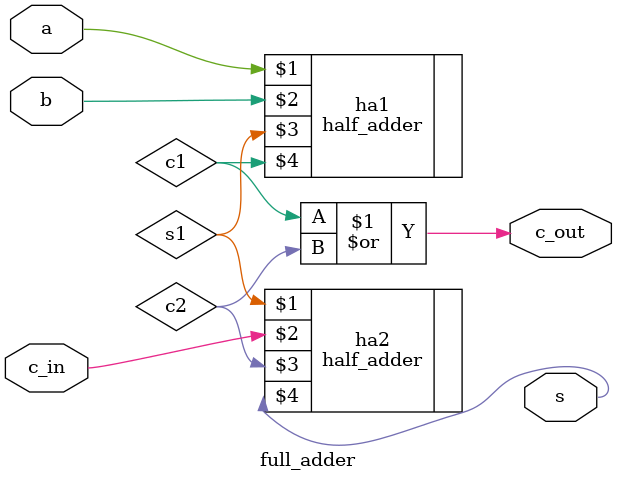
<source format=sv>
module full_adder (
  input logic a,b,c_in,
  output logic c_out, s
);
  logic s1,c1,c2;
  half_adder ha1(a,b,s1,c1);
  half_adder ha2(s1,c_in,c2,s);
  assign c_out = c1|c2;
endmodule
</source>
